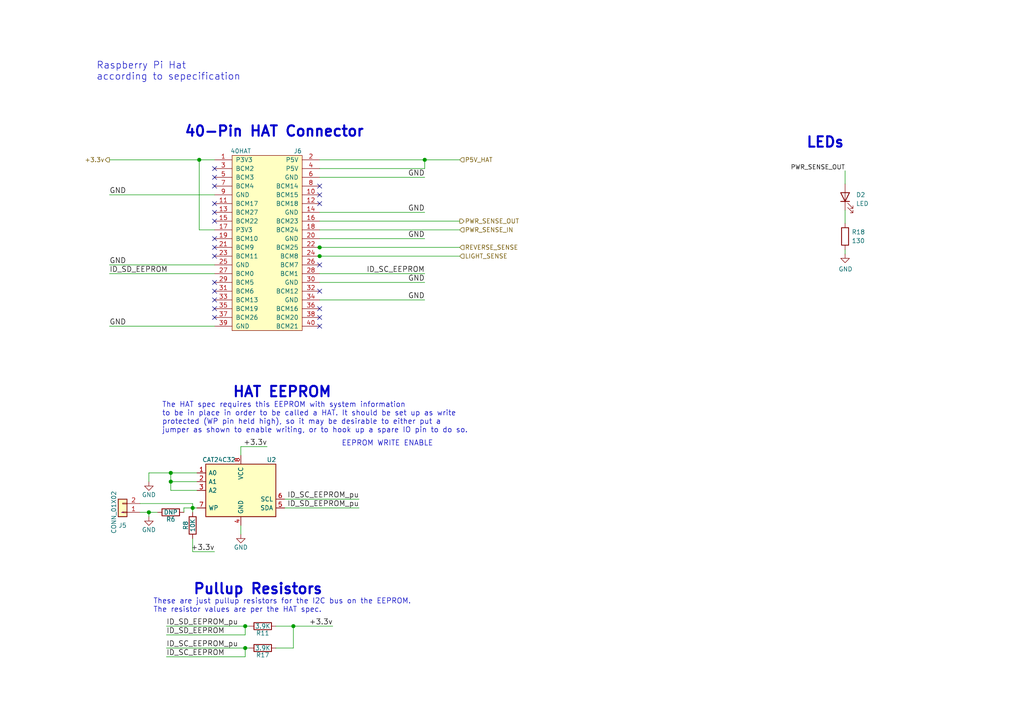
<source format=kicad_sch>
(kicad_sch (version 20210126) (generator eeschema)
  (paper "A4")
  (lib_symbols
    (symbol "Connector_Generic:Conn_01x02" (pin_names (offset 1.016) hide)
      (property "Reference" "J" (at 0 2.54 0))
      (property "Value" "Conn_01x02" (at 0 -5.08 0))
      (symbol "Conn_01x02_1_1"
        (rectangle (start -1.27 -2.413) (end 0 -2.667) (stroke (width 0.1524)))
        (rectangle (start -1.27 0.127) (end 0 -0.127) (stroke (width 0.1524)))
        (rectangle (start -1.27 1.27) (end 1.27 -3.81) (stroke (width 0.254)) (fill (type background)))
        (pin passive line (at -5.08 0 0) (length 3.81) (name "Pin_1") (number "1"))
        (pin passive line (at -5.08 -2.54 0) (length 3.81) (name "Pin_2") (number "2"))
      )
    )
    (symbol "Device:LED" (pin_numbers hide) (pin_names (offset 1.016) hide)
      (property "Reference" "D" (at 0 2.54 0))
      (property "Value" "LED" (at 0 -2.54 0))
      (symbol "LED_0_1"
        (polyline (pts (xy -1.27 -1.27) (xy -1.27 1.27)) (stroke (width 0.254)))
        (polyline (pts (xy -1.27 0) (xy 1.27 0)))
        (polyline (pts (xy 1.27 -1.27) (xy 1.27 1.27) (xy -1.27 0) (xy 1.27 -1.27)) (stroke (width 0.254)))
        (polyline (pts (xy -3.048 -0.762) (xy -4.572 -2.286) (xy -3.81 -2.286) (xy -4.572 -2.286) (xy -4.572 -1.524)))
        (polyline (pts (xy -1.778 -0.762) (xy -3.302 -2.286) (xy -2.54 -2.286) (xy -3.302 -2.286) (xy -3.302 -1.524)))
      )
      (symbol "LED_1_1"
        (pin passive line (at -3.81 0 0) (length 2.54) (name "K") (number "1"))
        (pin passive line (at 3.81 0 180) (length 2.54) (name "A") (number "2"))
      )
    )
    (symbol "Device:R" (pin_numbers hide) (pin_names (offset 0))
      (property "Reference" "R" (at 2.032 0 90))
      (property "Value" "R" (at 0 0 90))
      (symbol "R_0_1"
        (rectangle (start -1.016 -2.54) (end 1.016 2.54) (stroke (width 0.254)))
      )
      (symbol "R_1_1"
        (pin passive line (at 0 3.81 270) (length 1.27) (name "~") (number "1"))
        (pin passive line (at 0 -3.81 90) (length 1.27) (name "~") (number "2"))
      )
    )
    (symbol "power:GND" (power) (pin_names (offset 0))
      (property "Value" "GND" (at 0 -3.81 0))
      (symbol "GND_0_1"
        (polyline (pts (xy 0 0) (xy 0 -1.27) (xy 1.27 -1.27) (xy 0 -2.54) (xy -1.27 -1.27) (xy 0 -1.27)))
      )
      (symbol "GND_1_1"
        (pin power_in line (at 0 0 270) (length 0) hide (name "GND") (number "1"))
      )
    )
    (symbol "raspberrypi_hat:CAT24C32" (pin_names (offset 0.762))
      (property "Reference" "U" (at -8.89 8.89 0))
      (property "Value" "CAT24C32" (at 6.35 8.89 0))
      (symbol "CAT24C32_0_0"
        (pin power_in line (at 0 -10.16 90) (length 2.54) (name "GND") (number "4"))
        (pin power_in line (at 0 10.16 270) (length 2.54) (name "VCC") (number "8"))
      )
      (symbol "CAT24C32_1_1"
        (rectangle (start -10.16 -7.62) (end 10.16 7.62) (stroke (width 0.254)) (fill (type background)))
        (pin input line (at -12.7 5.08 0) (length 2.54) (name "A0") (number "1"))
        (pin input line (at -12.7 2.54 0) (length 2.54) (name "A1") (number "2"))
        (pin input line (at -12.7 0 0) (length 2.54) (name "A2") (number "3"))
        (pin bidirectional line (at 12.7 -5.08 180) (length 2.54) (name "SDA") (number "5"))
        (pin input line (at 12.7 -2.54 180) (length 2.54) (name "SCL") (number "6"))
        (pin input line (at -12.7 -5.08 0) (length 2.54) (name "WP") (number "7"))
      )
    )
    (symbol "raspberrypi_hat:OX40HAT" (pin_names (offset 1.016))
      (property "Reference" "J" (at 8.89 2.54 0))
      (property "Value" "OX40HAT" (at -7.62 2.54 0))
      (symbol "OX40HAT_0_1"
        (rectangle (start -10.16 1.27) (end 10.16 -49.53) (fill (type background)))
      )
      (symbol "OX40HAT_1_1"
        (pin bidirectional line (at -15.24 0 0) (length 5.08) (name "P3V3") (number "1"))
        (pin bidirectional line (at 15.24 -10.16 180) (length 5.08) (name "BCM15") (number "10"))
        (pin bidirectional line (at -15.24 -12.7 0) (length 5.08) (name "BCM17") (number "11"))
        (pin bidirectional line (at 15.24 -12.7 180) (length 5.08) (name "BCM18") (number "12"))
        (pin bidirectional line (at -15.24 -15.24 0) (length 5.08) (name "BCM27") (number "13"))
        (pin bidirectional line (at 15.24 -15.24 180) (length 5.08) (name "GND") (number "14"))
        (pin bidirectional line (at -15.24 -17.78 0) (length 5.08) (name "BCM22") (number "15"))
        (pin bidirectional line (at 15.24 -17.78 180) (length 5.08) (name "BCM23") (number "16"))
        (pin bidirectional line (at -15.24 -20.32 0) (length 5.08) (name "P3V3") (number "17"))
        (pin bidirectional line (at 15.24 -20.32 180) (length 5.08) (name "BCM24") (number "18"))
        (pin bidirectional line (at -15.24 -22.86 0) (length 5.08) (name "BCM10") (number "19"))
        (pin bidirectional line (at 15.24 0 180) (length 5.08) (name "P5V") (number "2"))
        (pin bidirectional line (at 15.24 -22.86 180) (length 5.08) (name "GND") (number "20"))
        (pin bidirectional line (at -15.24 -25.4 0) (length 5.08) (name "BCM9") (number "21"))
        (pin bidirectional line (at 15.24 -25.4 180) (length 5.08) (name "BCM25") (number "22"))
        (pin bidirectional line (at -15.24 -27.94 0) (length 5.08) (name "BCM11") (number "23"))
        (pin bidirectional line (at 15.24 -27.94 180) (length 5.08) (name "BCM8") (number "24"))
        (pin bidirectional line (at -15.24 -30.48 0) (length 5.08) (name "GND") (number "25"))
        (pin bidirectional line (at 15.24 -30.48 180) (length 5.08) (name "BCM7") (number "26"))
        (pin bidirectional line (at -15.24 -33.02 0) (length 5.08) (name "BCM0") (number "27"))
        (pin bidirectional line (at 15.24 -33.02 180) (length 5.08) (name "BCM1") (number "28"))
        (pin bidirectional line (at -15.24 -35.56 0) (length 5.08) (name "BCM5") (number "29"))
        (pin bidirectional line (at -15.24 -2.54 0) (length 5.08) (name "BCM2") (number "3"))
        (pin bidirectional line (at 15.24 -35.56 180) (length 5.08) (name "GND") (number "30"))
        (pin bidirectional line (at -15.24 -38.1 0) (length 5.08) (name "BCM6") (number "31"))
        (pin bidirectional line (at 15.24 -38.1 180) (length 5.08) (name "BCM12") (number "32"))
        (pin bidirectional line (at -15.24 -40.64 0) (length 5.08) (name "BCM13") (number "33"))
        (pin bidirectional line (at 15.24 -40.64 180) (length 5.08) (name "GND") (number "34"))
        (pin bidirectional line (at -15.24 -43.18 0) (length 5.08) (name "BCM19") (number "35"))
        (pin bidirectional line (at 15.24 -43.18 180) (length 5.08) (name "BCM16") (number "36"))
        (pin bidirectional line (at -15.24 -45.72 0) (length 5.08) (name "BCM26") (number "37"))
        (pin bidirectional line (at 15.24 -45.72 180) (length 5.08) (name "BCM20") (number "38"))
        (pin bidirectional line (at -15.24 -48.26 0) (length 5.08) (name "GND") (number "39"))
        (pin bidirectional line (at 15.24 -2.54 180) (length 5.08) (name "P5V") (number "4"))
        (pin bidirectional line (at 15.24 -48.26 180) (length 5.08) (name "BCM21") (number "40"))
        (pin bidirectional line (at -15.24 -5.08 0) (length 5.08) (name "BCM3") (number "5"))
        (pin bidirectional line (at 15.24 -5.08 180) (length 5.08) (name "GND") (number "6"))
        (pin bidirectional line (at -15.24 -7.62 0) (length 5.08) (name "BCM4") (number "7"))
        (pin bidirectional line (at 15.24 -7.62 180) (length 5.08) (name "BCM14") (number "8"))
        (pin bidirectional line (at -15.24 -10.16 0) (length 5.08) (name "GND") (number "9"))
      )
    )
  )
  (junction (at 43.18 148.59) (diameter 1.016))
  (junction (at 49.53 137.16) (diameter 1.016))
  (junction (at 49.53 139.7) (diameter 1.016))
  (junction (at 55.88 147.32) (diameter 1.016))
  (junction (at 57.785 46.355) (diameter 1.016))
  (junction (at 71.12 181.61) (diameter 1.016))
  (junction (at 71.12 187.96) (diameter 1.016))
  (junction (at 85.09 181.61) (diameter 1.016))
  (junction (at 92.71 71.755) (diameter 1.016))
  (junction (at 92.71 74.295) (diameter 1.016))
  (junction (at 123.19 46.355) (diameter 1.016))
  (no_connect (at 62.23 48.895))
  (no_connect (at 62.23 51.435))
  (no_connect (at 62.23 53.975))
  (no_connect (at 62.23 59.055))
  (no_connect (at 62.23 61.595))
  (no_connect (at 62.23 64.135))
  (no_connect (at 62.23 69.215))
  (no_connect (at 62.23 71.755))
  (no_connect (at 62.23 74.295))
  (no_connect (at 62.23 81.915))
  (no_connect (at 62.23 84.455))
  (no_connect (at 62.23 86.995))
  (no_connect (at 62.23 89.535))
  (no_connect (at 62.23 92.075))
  (no_connect (at 92.71 53.975))
  (no_connect (at 92.71 56.515))
  (no_connect (at 92.71 59.055))
  (no_connect (at 92.71 76.835))
  (no_connect (at 92.71 84.455))
  (no_connect (at 92.71 89.535))
  (no_connect (at 92.71 92.075))
  (no_connect (at 92.71 94.615))
  (wire (pts (xy 40.64 146.05) (xy 55.88 146.05)))
  (wire (pts (xy 40.64 148.59) (xy 43.18 148.59)))
  (wire (pts (xy 43.18 137.16) (xy 43.18 139.7)))
  (wire (pts (xy 43.18 137.16) (xy 49.53 137.16)))
  (wire (pts (xy 43.18 148.59) (xy 45.72 148.59)))
  (wire (pts (xy 43.18 149.86) (xy 43.18 148.59)))
  (wire (pts (xy 48.26 181.61) (xy 71.12 181.61)))
  (wire (pts (xy 48.26 187.96) (xy 71.12 187.96)))
  (wire (pts (xy 49.53 137.16) (xy 49.53 139.7)))
  (wire (pts (xy 49.53 137.16) (xy 57.15 137.16)))
  (wire (pts (xy 49.53 139.7) (xy 49.53 142.24)))
  (wire (pts (xy 49.53 142.24) (xy 57.15 142.24)))
  (wire (pts (xy 53.34 147.32) (xy 53.34 148.59)))
  (wire (pts (xy 53.34 147.32) (xy 55.88 147.32)))
  (wire (pts (xy 55.88 146.05) (xy 55.88 147.32)))
  (wire (pts (xy 55.88 147.32) (xy 55.88 148.59)))
  (wire (pts (xy 55.88 147.32) (xy 57.15 147.32)))
  (wire (pts (xy 55.88 160.02) (xy 55.88 156.21)))
  (wire (pts (xy 57.15 139.7) (xy 49.53 139.7)))
  (wire (pts (xy 57.785 46.355) (xy 31.75 46.355)))
  (wire (pts (xy 57.785 66.675) (xy 57.785 46.355)))
  (wire (pts (xy 62.23 46.355) (xy 57.785 46.355)))
  (wire (pts (xy 62.23 56.515) (xy 31.75 56.515)))
  (wire (pts (xy 62.23 66.675) (xy 57.785 66.675)))
  (wire (pts (xy 62.23 76.835) (xy 31.75 76.835)))
  (wire (pts (xy 62.23 79.375) (xy 31.75 79.375)))
  (wire (pts (xy 62.23 94.615) (xy 31.75 94.615)))
  (wire (pts (xy 62.23 160.02) (xy 55.88 160.02)))
  (wire (pts (xy 69.85 129.54) (xy 69.85 132.08)))
  (wire (pts (xy 69.85 129.54) (xy 77.47 129.54)))
  (wire (pts (xy 69.85 152.4) (xy 69.85 154.94)))
  (wire (pts (xy 71.12 181.61) (xy 72.39 181.61)))
  (wire (pts (xy 71.12 184.15) (xy 48.26 184.15)))
  (wire (pts (xy 71.12 184.15) (xy 71.12 181.61)))
  (wire (pts (xy 71.12 187.96) (xy 72.39 187.96)))
  (wire (pts (xy 71.12 190.5) (xy 48.26 190.5)))
  (wire (pts (xy 71.12 190.5) (xy 71.12 187.96)))
  (wire (pts (xy 80.01 181.61) (xy 85.09 181.61)))
  (wire (pts (xy 82.55 144.78) (xy 104.14 144.78)))
  (wire (pts (xy 85.09 181.61) (xy 96.52 181.61)))
  (wire (pts (xy 85.09 187.96) (xy 80.01 187.96)))
  (wire (pts (xy 85.09 187.96) (xy 85.09 181.61)))
  (wire (pts (xy 92.075 71.755) (xy 92.71 71.755)))
  (wire (pts (xy 92.075 74.295) (xy 92.71 74.295)))
  (wire (pts (xy 92.71 46.355) (xy 123.19 46.355)))
  (wire (pts (xy 92.71 48.895) (xy 123.19 48.895)))
  (wire (pts (xy 92.71 51.435) (xy 123.19 51.435)))
  (wire (pts (xy 92.71 61.595) (xy 123.19 61.595)))
  (wire (pts (xy 92.71 64.135) (xy 133.35 64.135)))
  (wire (pts (xy 92.71 66.675) (xy 133.35 66.675)))
  (wire (pts (xy 92.71 69.215) (xy 123.19 69.215)))
  (wire (pts (xy 92.71 71.755) (xy 133.35 71.755)))
  (wire (pts (xy 92.71 74.295) (xy 133.35 74.295)))
  (wire (pts (xy 92.71 79.375) (xy 123.19 79.375)))
  (wire (pts (xy 92.71 81.915) (xy 123.19 81.915)))
  (wire (pts (xy 92.71 86.995) (xy 123.19 86.995)))
  (wire (pts (xy 104.14 147.32) (xy 82.55 147.32)))
  (wire (pts (xy 123.19 46.355) (xy 123.19 48.895)))
  (wire (pts (xy 123.19 46.355) (xy 133.35 46.355)))
  (wire (pts (xy 245.11 49.53) (xy 245.11 53.34)))
  (wire (pts (xy 245.11 60.96) (xy 245.11 64.77)))
  (wire (pts (xy 245.11 72.39) (xy 245.11 73.66)))
  (text "Raspberry Pi Hat\naccording to sepecification" (at 27.94 23.495 0) (effects (font (size 2.007 2.007)) (justify left bottom)))
  (text "These are just pullup resistors for the I2C bus on the EEPROM.\nThe resistor values are per the HAT spec." (at 44.45 177.8 0) (effects (font (size 1.524 1.524)) (justify left bottom)))
  (text "The HAT spec requires this EEPROM with system information\nto be in place in order to be called a HAT. It should be set up as write\nprotected (WP pin held high), so it may be desirable to either put a \njumper as shown to enable writing, or to hook up a spare IO pin to do so." (at 46.99 125.73 0) (effects (font (size 1.524 1.524)) (justify left bottom)))
  (text "40-Pin HAT Connector" (at 53.34 40.005 0) (effects (font (size 2.9972 2.9972) (thickness 0.5994) bold) (justify left bottom)))
  (text "Pullup Resistors" (at 55.88 172.72 0) (effects (font (size 2.9972 2.9972) (thickness 0.5994) bold) (justify left bottom)))
  (text "HAT EEPROM" (at 67.31 115.57 0) (effects (font (size 2.9972 2.9972) (thickness 0.5994) bold) (justify left bottom)))
  (text "EEPROM WRITE ENABLE" (at 99.06 129.54 0) (effects (font (size 1.524 1.524)) (justify left bottom)))
  (text "LEDs\n" (at 233.68 43.18 0) (effects (font (size 2.997 2.997) (thickness 0.5994) bold) (justify left bottom)))
  (label "GND" (at 31.75 56.515 0) (effects (font (size 1.524 1.524))))
  (label "GND" (at 31.75 76.835 0) (effects (font (size 1.524 1.524))))
  (label "ID_SD_EEPROM" (at 31.75 79.375 0) (effects (font (size 1.524 1.524))))
  (label "GND" (at 31.75 94.615 0) (effects (font (size 1.524 1.524))))
  (label "ID_SD_EEPROM_pu" (at 48.26 181.61 0) (effects (font (size 1.524 1.524))))
  (label "ID_SD_EEPROM" (at 48.26 184.15 0) (effects (font (size 1.524 1.524))))
  (label "ID_SC_EEPROM_pu" (at 48.26 187.96 0) (effects (font (size 1.524 1.524))))
  (label "ID_SC_EEPROM" (at 48.26 190.5 0) (effects (font (size 1.524 1.524))))
  (label "+3.3v" (at 62.23 160.02 180) (effects (font (size 1.524 1.524))))
  (label "+3.3v" (at 77.47 129.54 180) (effects (font (size 1.524 1.524))))
  (label "+3.3v" (at 96.52 181.61 180) (effects (font (size 1.524 1.524))))
  (label "ID_SC_EEPROM_pu" (at 104.14 144.78 180) (effects (font (size 1.524 1.524))))
  (label "ID_SD_EEPROM_pu" (at 104.14 147.32 180) (effects (font (size 1.524 1.524))))
  (label "GND" (at 123.19 51.435 180) (effects (font (size 1.524 1.524))))
  (label "GND" (at 123.19 61.595 180) (effects (font (size 1.524 1.524))))
  (label "GND" (at 123.19 69.215 180) (effects (font (size 1.524 1.524))))
  (label "ID_SC_EEPROM" (at 123.19 79.375 180) (effects (font (size 1.524 1.524))))
  (label "GND" (at 123.19 81.915 180) (effects (font (size 1.524 1.524))))
  (label "GND" (at 123.19 86.995 180) (effects (font (size 1.524 1.524))))
  (label "PWR_SENSE_OUT" (at 245.11 49.53 180))
  (hierarchical_label "+3.3v" (shape output) (at 31.75 46.355 180))
  (hierarchical_label "P5V_HAT" (shape input) (at 133.35 46.355 0))
  (hierarchical_label "PWR_SENSE_OUT" (shape output) (at 133.35 64.135 0))
  (hierarchical_label "PWR_SENSE_IN" (shape input) (at 133.35 66.675 0))
  (hierarchical_label "REVERSE_SENSE" (shape input) (at 133.35 71.755 0))
  (hierarchical_label "LIGHT_SENSE" (shape input) (at 133.35 74.295 0))
  (symbol (lib_id "power:GND") (at 43.18 139.7 0) (unit 1)
    (property "Reference" "#PWR0122" (effects hide))
    (property "Value" "GND" (at 43.18 143.51 0))
  )
  (symbol (lib_id "power:GND") (at 43.18 149.86 0) (unit 1)
    (property "Reference" "#PWR0104" (effects hide))
    (property "Value" "GND" (at 43.18 153.67 0))
  )
  (symbol (lib_id "power:GND") (at 69.85 154.94 0) (unit 1)
    (property "Reference" "#PWR0123" (effects hide))
    (property "Value" "GND" (at 69.85 158.75 0))
  )
  (symbol (lib_id "power:GND") (at 245.11 73.66 0) (unit 1)
    (property "Reference" "#PWR0124" (effects hide))
    (property "Value" "GND" (at 245.237 78.0542 0))
  )
  (symbol (lib_id "Device:R") (at 49.53 148.59 270) (unit 1)
    (property "Reference" "R6" (at 49.53 150.622 90))
    (property "Value" "DNP" (at 49.53 148.59 90))
    (property "Footprint" "Resistor_SMD:R_0603_1608Metric_Pad0.84x1.00mm_HandSolder" (effects hide))
  )
  (symbol (lib_id "Device:R") (at 55.88 152.4 180) (unit 1)
    (property "Reference" "R8" (at 53.848 152.4 90))
    (property "Value" "10K" (at 55.88 152.4 90))
    (property "Footprint" "Resistor_SMD:R_0603_1608Metric_Pad0.84x1.00mm_HandSolder" (effects hide))
  )
  (symbol (lib_id "Device:R") (at 76.2 181.61 270) (unit 1)
    (property "Reference" "R11" (at 76.2 183.642 90))
    (property "Value" "3.9K" (at 76.2 181.61 90))
    (property "Footprint" "Resistor_SMD:R_0603_1608Metric_Pad0.84x1.00mm_HandSolder" (effects hide))
  )
  (symbol (lib_id "Device:R") (at 76.2 187.96 270) (unit 1)
    (property "Reference" "R17" (at 76.2 189.992 90))
    (property "Value" "3.9K" (at 76.2 187.96 90))
    (property "Footprint" "Resistor_SMD:R_0603_1608Metric_Pad0.84x1.00mm_HandSolder" (effects hide))
  )
  (symbol (lib_id "Device:R") (at 245.11 68.58 0) (unit 1)
    (property "Reference" "R18" (at 247.015 67.31 0) (effects (justify left)))
    (property "Value" "130" (at 247.015 69.85 0) (effects (justify left)))
  )
  (symbol (lib_id "Device:LED") (at 245.11 57.15 90) (unit 1)
    (property "Reference" "D2" (at 248.285 56.515 90) (effects (justify right)))
    (property "Value" "LED" (at 248.285 59.055 90) (effects (justify right)))
  )
  (symbol (lib_id "Connector_Generic:Conn_01x02") (at 35.56 148.59 180) (unit 1)
    (property "Reference" "J5" (at 35.56 152.4 0))
    (property "Value" "CONN_01X02" (at 33.02 148.59 90))
    (property "Footprint" "Connector_PinHeader_2.54mm:PinHeader_1x02_P2.54mm_Vertical" (effects hide))
    (property "Datasheet" "~" (at 35.56 148.59 0))
  )
  (symbol (lib_id "raspberrypi_hat:CAT24C32") (at 69.85 142.24 0) (unit 1)
    (property "Reference" "U2" (at 78.74 133.35 0))
    (property "Value" "CAT24C32" (at 63.5 133.35 0))
    (property "Footprint" "Package_SOIC:SOIC-8_3.9x4.9mm_P1.27mm" (effects hide))
  )
  (symbol (lib_id "raspberrypi_hat:OX40HAT") (at 77.47 46.355 0) (unit 1)
    (property "Reference" "J6" (at 86.36 43.815 0))
    (property "Value" "40HAT" (at 69.85 43.815 0))
    (property "Footprint" "Connector_PinSocket_2.54mm:PinSocket_2x20_P2.54mm_Vertical" (effects hide))
  )
)
</source>
